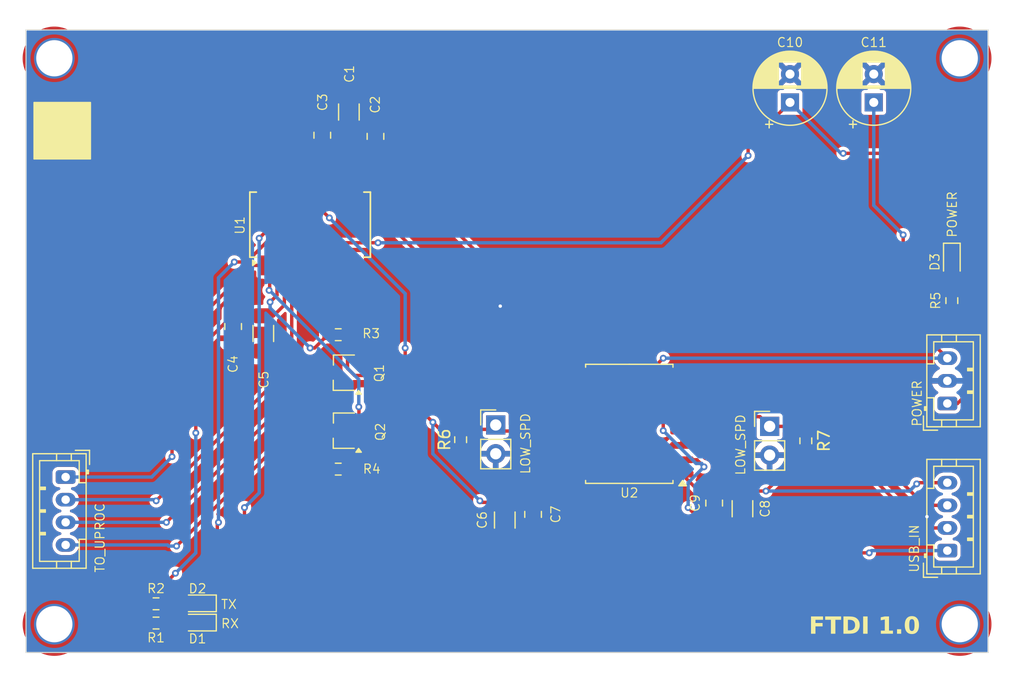
<source format=kicad_pcb>
(kicad_pcb (version 20240108) (generator "pcbnew") (generator_version "8.0")
  (layers (0 "F.Cu" signal) (31 "B.Cu" signal) (34 "B.Paste" user) (35 "F.Paste" user) (36 "B.SilkS" user "B.Silkscreen") (37 "F.SilkS" user "F.Silkscreen") (38 "B.Mask" user) (39 "F.Mask" user) (44 "Edge.Cuts" user))
  (net 0 "")
  (net 1 "GND")
  (net 2 "3V3")
  (net 3 "5V")
  (net 4 "Net-(U1-3V3OUT)")
  (net 8 "Net-(D1-A)")
  (net 11 "Net-(D2-A)")
  (net 15 "Net-(Q1-B)")
  (net 16 "Net-(Q2-B)")
  (net 19 "RX")
  (net 20 "TX")
  (net 21 "ENABLE")
  (net 22 "BOOT")
  (net 23 "CBUS1")
  (net 24 "CBUS0")
  (net 25 "DTR")
  (net 26 "RTS")
  (net 27 "USB_VBUS")
  (net 28 "USB_GND")
  (net 29 "D-")
  (net 30 "D+")
  (net 31 "USB_D-")
  (net 32 "USB_D+")
  (net 33 "Net-(D3-A)")
  (net 34 "SPD")
  (net 35 "SPU")
  (footprint "Resistor_SMD:R_0603_1608Metric_Pad0.98x0.95mm_HandSolder" (layer "F.Cu") (at 124.3 99.7 90)
    (property "Reference" "R6" (at 0 -1.43 90) (layer "F.SilkS"))
    (property "Value" "4.7K")
    (pad "1" smd roundrect (at -0.9125 0 90) (size 0.975 0.95) (layers "F.Cu" "F.Paste" "F.Mask") (net 3 "5V"))
    (pad "2" smd roundrect (at 0.9125 0 90) (size 0.975 0.95) (layers "F.Cu" "F.Paste" "F.Mask") (net 34 "SPD"))
  )
  (footprint "Resistor_SMD:R_0603_1608Metric_Pad0.98x0.95mm_HandSolder" (layer "F.Cu") (at 167.7 87.4125 90)
    (property "Reference" "R5" (at 0 -1.43 90) (layer "F.SilkS") (effects (font (size 0.8 0.8) (thickness 0.1))))
    (property "Value" "150R")
    (pad "1" smd roundrect (at -0.9125 0 90) (size 0.975 0.95) (layers "F.Cu" "F.Paste" "F.Mask") (net 2 "3V3"))
    (pad "2" smd roundrect (at 0.9125 0 90) (size 0.975 0.95) (layers "F.Cu" "F.Paste" "F.Mask") (net 33 "Net-(D3-A)"))
  )
  (footprint "Capacitor_SMD:C_0805_2012Metric_Pad1.18x1.45mm_HandSolder" (layer "F.Cu") (at 146.7 105.3 90)
    (property "Reference" "C9" (at 0 -1.68 90) (layer "F.SilkS") (effects (font (size 0.8 0.8) (thickness 0.1))))
    (property "Value" "0.1U")
    (pad "1" smd roundrect (at -1.0375 0 90) (size 1.175 1.45) (layers "F.Cu" "F.Paste" "F.Mask") (roundrect_rratio 0.212766) (net 28 "USB_GND"))
    (pad "2" smd roundrect (at 1.0375 0 90) (size 1.175 1.45) (layers "F.Cu" "F.Paste" "F.Mask") (roundrect_rratio 0.212766) (net 27 "USB_VBUS"))
  )
  (footprint "Package_TO_SOT_SMD:TSOT-23" (layer "F.Cu") (at 114.005 98.9233 180)
    (property "Reference" "Q2" (at -3.202102 -0.089616 90) (layer "F.SilkS") (effects (font (size 0.8 0.8) (thickness 0.1))))
    (property "Value" "2N3055")
    (pad "1" smd roundrect (at -1.31 -0.95 180) (size 1.22 0.65) (layers "F.Cu" "F.Paste" "F.Mask") (net 16 "Net-(Q2-B)"))
    (pad "2" smd roundrect (at -1.31 0.95 180) (size 1.22 0.65) (layers "F.Cu" "F.Paste" "F.Mask") (net 25 "DTR"))
    (pad "3" smd roundrect (at 1.31 0 180) (size 1.22 0.65) (layers "F.Cu" "F.Paste" "F.Mask") (net 22 "BOOT"))
  )
  (footprint "MountingHole:MountingHole_3.2mm_M3_DIN965_Pad_TopOnly" (layer "F.Cu") (at 88.4 66 90)
    (property "Reference" "H1" (hide yes))
    (property "Value" "MountingHole")
    (pad "1" thru_hole circle (at 0 0 90) (size 3.6 3.6) (drill 3.2) (layers "*.Cu" "*.Mask"))
    (pad "1" connect circle (at 0 0 90) (size 5.6 5.6) (layers "F.Cu" "F.Mask"))
  )
  (footprint "Capacitor_SMD:C_1206_3216Metric_Pad1.33x1.80mm_HandSolder" (layer "F.Cu") (at 149.2 105.8 90)
    (property "Reference" "C8" (at 0 2 90) (layer "F.SilkS") (effects (font (size 0.8 0.8) (thickness 0.1))))
    (property "Value" "10U")
    (pad "1" smd roundrect (at -1.5625 0 90) (size 1.325 1.8) (layers "F.Cu" "F.Paste" "F.Mask") (roundrect_rratio 0.188679) (net 28 "USB_GND"))
    (pad "2" smd roundrect (at 1.5625 0 90) (size 1.325 1.8) (layers "F.Cu" "F.Paste" "F.Mask") (roundrect_rratio 0.188679) (net 27 "USB_VBUS"))
  )
  (footprint "Capacitor_SMD:C_0805_2012Metric_Pad1.18x1.45mm_HandSolder" (layer "F.Cu") (at 104.2 89.7 -90)
    (property "Reference" "C4" (at 3.322102 0.014578 90) (layer "F.SilkS") (effects (font (size 0.8 0.8) (thickness 0.1))))
    (property "Value" "0.1U")
    (pad "1" smd roundrect (at -1.0375 0 270) (size 1.175 1.45) (layers "F.Cu" "F.Paste" "F.Mask") (roundrect_rratio 0.2127659574) (net 2 "3V3"))
    (pad "2" smd roundrect (at 1.0375 0 270) (size 1.175 1.45) (layers "F.Cu" "F.Paste" "F.Mask") (roundrect_rratio 0.2127659574) (net 1 "GND"))
  )
  (footprint "MountingHole:MountingHole_3.2mm_M3_DIN965_Pad_TopOnly" (layer "F.Cu") (at 88.4 116 90)
    (property "Reference" "H3" (hide yes))
    (property "Value" "MountingHole")
    (pad "1" thru_hole circle (at 0 0 90) (size 3.6 3.6) (drill 3.2) (layers "*.Cu" "*.Mask"))
    (pad "1" connect circle (at 0 0 90) (size 5.6 5.6) (layers "F.Cu" "F.Mask"))
  )
  (footprint "MountingHole:MountingHole_3.2mm_M3_DIN965_Pad_TopOnly" (layer "F.Cu") (at 168.4 66 90)
    (property "Reference" "H2" (hide yes))
    (property "Value" "MountingHole")
    (pad "1" thru_hole circle (at 0 0 90) (size 3.6 3.6) (drill 3.2) (layers "*.Cu" "*.Mask"))
    (pad "1" connect circle (at 0 0 90) (size 5.6 5.6) (layers "F.Cu" "F.Mask"))
  )
  (footprint "LED_SMD:LED_0603_1608Metric_Pad1.05x0.95mm_HandSolder" (layer "F.Cu") (at 101.05 114.16 180)
    (property "Reference" "D2" (at 0 1.3 0) (layer "F.SilkS") (effects (font (size 0.8 0.8) (thickness 0.1))))
    (property "Value" "YELLOW")
    (pad "1" smd roundrect (at -0.875 0 180) (size 1.05 0.95) (layers "F.Cu" "F.Paste" "F.Mask") (net 23 "CBUS1"))
    (pad "2" smd roundrect (at 0.875 0 180) (size 1.05 0.95) (layers "F.Cu" "F.Paste" "F.Mask") (net 11 "Net-(D2-A)"))
  )
  (footprint "Resistor_SMD:R_0603_1608Metric_Pad0.98x0.95mm_HandSolder" (layer "F.Cu") (at 113.485 102.3 180)
    (property "Reference" "R4" (at -2.962102 0.01 0) (layer "F.SilkS") (effects (font (size 0.8 0.8) (thickness 0.1))))
    (property "Value" "10K")
    (pad "1" smd roundrect (at -0.9125 0 180) (size 0.975 0.95) (layers "F.Cu" "F.Paste" "F.Mask") (net 25 "DTR"))
    (pad "2" smd roundrect (at 0.9125 0 180) (size 0.975 0.95) (layers "F.Cu" "F.Paste" "F.Mask") (net 15 "Net-(Q1-B)"))
  )
  (footprint "Package_SO:SOIC-16W_7.5x10.3mm_P1.27mm" (layer "F.Cu") (at 139.2 98.3 180)
    (property "Reference" "U2" (at 0 -6.1 0) (layer "F.SilkS") (effects (font (size 0.8 0.8) (thickness 0.1))))
    (property "Value" "ADUM3160")
    (pad "1" smd roundrect (at -4.65 -4.445 180) (size 2.05 0.6) (layers "F.Cu" "F.Paste" "F.Mask") (net 27 "USB_VBUS"))
    (pad "2" smd roundrect (at -4.65 -3.175 180) (size 2.05 0.6) (layers "F.Cu" "F.Paste" "F.Mask") (net 28 "USB_GND"))
    (pad "3" smd roundrect (at -4.65 -1.905 180) (size 2.05 0.6) (layers "F.Cu" "F.Paste" "F.Mask") (net 27 "USB_VBUS"))
    (pad "4" smd roundrect (at -4.65 -0.635 180) (size 2.05 0.6) (layers "F.Cu" "F.Paste" "F.Mask") (net 27 "USB_VBUS"))
    (pad "5" smd roundrect (at -4.65 0.635 180) (size 2.05 0.6) (layers "F.Cu" "F.Paste" "F.Mask") (net 35 "SPU"))
    (pad "6" smd roundrect (at -4.65 1.905 180) (size 2.05 0.6) (layers "F.Cu" "F.Paste" "F.Mask") (net 31 "USB_D-"))
    (pad "7" smd roundrect (at -4.65 3.175 180) (size 2.05 0.6) (layers "F.Cu" "F.Paste" "F.Mask") (net 32 "USB_D+"))
    (pad "8" smd roundrect (at -4.65 4.445 180) (size 2.05 0.6) (layers "F.Cu" "F.Paste" "F.Mask") (net 28 "USB_GND"))
    (pad "9" smd roundrect (at 4.65 4.445 180) (size 2.05 0.6) (layers "F.Cu" "F.Paste" "F.Mask") (net 1 "GND"))
    (pad "10" smd roundrect (at 4.65 3.175 180) (size 2.05 0.6) (layers "F.Cu" "F.Paste" "F.Mask") (net 30 "D+"))
    (pad "11" smd roundrect (at 4.65 1.905 180) (size 2.05 0.6) (layers "F.Cu" "F.Paste" "F.Mask") (net 29 "D-"))
    (pad "12" smd roundrect (at 4.65 0.635 180) (size 2.05 0.6) (layers "F.Cu" "F.Paste" "F.Mask") (net 3 "5V"))
    (pad "13" smd roundrect (at 4.65 -0.635 180) (size 2.05 0.6) (layers "F.Cu" "F.Paste" "F.Mask") (net 34 "SPD"))
    (pad "14" smd roundrect (at 4.65 -1.905 180) (size 2.05 0.6) (layers "F.Cu" "F.Paste" "F.Mask") (net 3 "5V"))
    (pad "15" smd roundrect (at 4.65 -3.175 180) (size 2.05 0.6) (layers "F.Cu" "F.Paste" "F.Mask") (net 1 "GND"))
    (pad "16" smd roundrect (at 4.65 -4.445 180) (size 2.05 0.6) (layers "F.Cu" "F.Paste" "F.Mask") (net 3 "5V"))
  )
  (footprint "Connector_PinHeader_2.54mm:PinHeader_1x02_P2.54mm_Vertical" (layer "F.Cu") (at 151.6 98.525)
    (property "Reference" "J4" (hide yes))
    (property "Value" "Conn_01x02_Pin")
    (pad "1" thru_hole rect (at 0 0) (size 1.7 1.7) (drill 1) (layers "*.Cu" "*.Mask") (net 35 "SPU"))
    (pad "2" thru_hole oval (at 0 2.54) (size 1.7 1.7) (drill 1) (layers "*.Cu" "*.Mask") (net 1 "GND"))
  )
  (footprint "Capacitor_SMD:C_1206_3216Metric_Pad1.33x1.80mm_HandSolder" (layer "F.Cu") (at 106.8646 90.3154 -90)
    (property "Reference" "C5" (at 4.089336 -0.05 90) (layer "F.SilkS") (effects (font (size 0.8 0.8) (thickness 0.1))))
    (property "Value" "10U")
    (pad "1" smd roundrect (at -1.5625 0 270) (size 1.325 1.8) (layers "F.Cu" "F.Paste" "F.Mask") (roundrect_rratio 0.1886792453) (net 2 "3V3"))
    (pad "2" smd roundrect (at 1.5625 0 270) (size 1.325 1.8) (layers "F.Cu" "F.Paste" "F.Mask") (roundrect_rratio 0.1886792453) (net 1 "GND"))
  )
  (footprint "Capacitor_THT:CP_Radial_D6.3mm_P2.50mm" (layer "F.Cu") (at 153.4 69.9 90)
    (property "Reference" "C10" (at 5.3 0 0) (layer "F.SilkS") (effects (font (size 0.8 0.8) (thickness 0.1))))
    (property "Value" "470u")
    (pad "1" thru_hole rect (at 0 0 90) (size 1.6 1.6) (drill 0.8) (layers "*.Cu" "*.Mask") (net 2 "3V3"))
    (pad "2" thru_hole circle (at 2.5 0 90) (size 1.6 1.6) (drill 0.8) (layers "*.Cu" "*.Mask") (net 1 "GND"))
  )
  (footprint "Resistor_SMD:R_0603_1608Metric_Pad0.98x0.95mm_HandSolder" (layer "F.Cu") (at 97.3875 114.2)
    (property "Reference" "R2" (at 0 -1.35 0) (layer "F.SilkS") (effects (font (size 0.8 0.8) (thickness 0.1))))
    (property "Value" "430R")
    (pad "1" smd roundrect (at -0.9125 0) (size 0.975 0.95) (layers "F.Cu" "F.Paste" "F.Mask") (net 2 "3V3"))
    (pad "2" smd roundrect (at 0.9125 0) (size 0.975 0.95) (layers "F.Cu" "F.Paste" "F.Mask") (net 11 "Net-(D2-A)"))
  )
  (footprint "Connector_PinHeader_2.54mm:PinHeader_1x02_P2.54mm_Vertical" (layer "F.Cu") (at 127.4 98.4)
    (property "Reference" "J3" (hide yes))
    (property "Value" "Conn_01x02_Pin")
    (pad "1" thru_hole rect (at 0 0) (size 1.7 1.7) (drill 1) (layers "*.Cu" "*.Mask") (net 34 "SPD"))
    (pad "2" thru_hole oval (at 0 2.54) (size 1.7 1.7) (drill 1) (layers "*.Cu" "*.Mask") (net 1 "GND"))
  )
  (footprint "Resistor_SMD:R_0603_1608Metric_Pad0.98x0.95mm_HandSolder" (layer "F.Cu") (at 113.485 90.4233)
    (property "Reference" "R3" (at 2.912102 -0.1 0) (layer "F.SilkS") (effects (font (size 0.8 0.8) (thickness 0.1))))
    (property "Value" "10K")
    (pad "1" smd roundrect (at -0.9125 0) (size 0.975 0.95) (layers "F.Cu" "F.Paste" "F.Mask") (net 26 "RTS"))
    (pad "2" smd roundrect (at 0.9125 0) (size 0.975 0.95) (layers "F.Cu" "F.Paste" "F.Mask") (net 16 "Net-(Q2-B)"))
  )
  (footprint "Connector_JST:JST_PH_B4B-PH-K_1x04_P2.00mm_Vertical" (layer "F.Cu") (at 167.3 109.5 90)
    (property "Reference" "J2" (hide yes))
    (property "Value" "Conn_01x04_Pin")
    (pad "1" thru_hole roundrect (at 0 0 90) (size 1.2 1.75) (drill 0.75) (layers "*.Cu" "*.Mask") (roundrect_rratio 0.208333) (net 28 "USB_GND"))
    (pad "2" thru_hole oval (at 2 0 90) (size 1.2 1.75) (drill 0.75) (layers "*.Cu" "*.Mask") (net 31 "USB_D-"))
    (pad "3" thru_hole oval (at 4 0 90) (size 1.2 1.75) (drill 0.75) (layers "*.Cu" "*.Mask") (net 32 "USB_D+"))
    (pad "4" thru_hole oval (at 6 0 90) (size 1.2 1.75) (drill 0.75) (layers "*.Cu" "*.Mask") (net 27 "USB_VBUS"))
  )
  (footprint "Connector_JST:JST_PH_B3B-PH-K_1x03_P2.00mm_Vertical" (layer "F.Cu") (at 167.3 96.5 90)
    (property "Reference" "J5" (hide yes))
    (property "Value" "Conn_01x03_Pin")
    (pad "1" thru_hole roundrect (at 0 0 90) (size 1.2 1.75) (drill 0.75) (layers "*.Cu" "*.Mask") (roundrect_rratio 0.208333) (net 2 "3V3"))
    (pad "2" thru_hole oval (at 2 0 90) (size 1.2 1.75) (drill 0.75) (layers "*.Cu" "*.Mask") (net 1 "GND"))
    (pad "3" thru_hole oval (at 4 0 90) (size 1.2 1.75) (drill 0.75) (layers "*.Cu" "*.Mask") (net 3 "5V"))
  )
  (footprint "Resistor_SMD:R_0603_1608Metric_Pad0.98x0.95mm_HandSolder" (layer "F.Cu") (at 154.8 99.8 90)
    (property "Reference" "R7" (at 0 1.6 90) (layer "F.SilkS"))
    (property "Value" "4.7K")
    (pad "1" smd roundrect (at -0.9125 0 90) (size 0.975 0.95) (layers "F.Cu" "F.Paste" "F.Mask") (net 27 "USB_VBUS"))
    (pad "2" smd roundrect (at 0.9125 0 90) (size 0.975 0.95) (layers "F.Cu" "F.Paste" "F.Mask") (net 35 "SPU"))
  )
  (footprint "Resistor_SMD:R_0603_1608Metric_Pad0.98x0.95mm_HandSolder" (layer "F.Cu") (at 97.3875 115.9)
    (property "Reference" "R1" (at 0 1.3 0) (layer "F.SilkS") (effects (font (size 0.8 0.8) (thickness 0.1))))
    (property "Value" "100R")
    (pad "1" smd roundrect (at -0.9125 0) (size 0.975 0.95) (layers "F.Cu" "F.Paste" "F.Mask") (net 2 "3V3"))
    (pad "2" smd roundrect (at 0.9125 0) (size 0.975 0.95) (layers "F.Cu" "F.Paste" "F.Mask") (net 8 "Net-(D1-A)"))
  )
  (footprint "Capacitor_SMD:C_1206_3216Metric_Pad1.33x1.80mm_HandSolder" (layer "F.Cu") (at 128.2 106.8 -90)
    (property "Reference" "C6" (at 0 2 90) (layer "F.SilkS") (effects (font (size 0.8 0.8) (thickness 0.1))))
    (property "Value" "10U")
    (pad "1" smd roundrect (at -1.5625 0 270) (size 1.325 1.8) (layers "F.Cu" "F.Paste" "F.Mask") (roundrect_rratio 0.188679) (net 3 "5V"))
    (pad "2" smd roundrect (at 1.5625 0 270) (size 1.325 1.8) (layers "F.Cu" "F.Paste" "F.Mask") (roundrect_rratio 0.188679) (net 1 "GND"))
  )
  (footprint "Capacitor_SMD:C_0805_2012Metric_Pad1.18x1.45mm_HandSolder" (layer "F.Cu") (at 116.775 72.9 90)
    (property "Reference" "C2" (at 2.8 -0.025 90) (layer "F.SilkS") (effects (font (size 0.8 0.8) (thickness 0.1))))
    (property "Value" "0.1U")
    (pad "1" smd roundrect (at -1.0375 0 90) (size 1.175 1.45) (layers "F.Cu" "F.Paste" "F.Mask") (roundrect_rratio 0.2127659574) (net 4 "Net-(U1-3V3OUT)"))
    (pad "2" smd roundrect (at 1.0375 0 90) (size 1.175 1.45) (layers "F.Cu" "F.Paste" "F.Mask") (roundrect_rratio 0.2127659574) (net 1 "GND"))
  )
  (footprint "Capacitor_THT:CP_Radial_D6.3mm_P2.50mm" (layer "F.Cu") (at 160.8 69.9 90)
    (property "Reference" "C11" (at 5.3 0 0) (layer "F.SilkS") (effects (font (size 0.8 0.8) (thickness 0.1))))
    (property "Value" "470u")
    (pad "1" thru_hole rect (at 0 0 90) (size 1.6 1.6) (drill 0.8) (layers "*.Cu" "*.Mask") (net 3 "5V"))
    (pad "2" thru_hole circle (at 2.5 0 90) (size 1.6 1.6) (drill 0.8) (layers "*.Cu" "*.Mask") (net 1 "GND"))
  )
  (footprint "Capacitor_SMD:C_1206_3216Metric_Pad1.33x1.80mm_HandSolder" (layer "F.Cu") (at 114.425 70.75 90)
    (property "Reference" "C1" (at 3.3625 0.0475 90) (layer "F.SilkS") (effects (font (size 0.8 0.8) (thickness 0.1))))
    (property "Value" "10U")
    (pad "1" smd roundrect (at -1.5625 0 90) (size 1.325 1.8) (layers "F.Cu" "F.Paste" "F.Mask") (roundrect_rratio 0.1886792453) (net 3 "5V"))
    (pad "2" smd roundrect (at 1.5625 0 90) (size 1.325 1.8) (layers "F.Cu" "F.Paste" "F.Mask") (roundrect_rratio 0.1886792453) (net 1 "GND"))
  )
  (footprint "LED_SMD:LED_0603_1608Metric_Pad1.05x0.95mm_HandSolder" (layer "F.Cu") (at 167.7 84 -90)
    (property "Reference" "D3" (at 0 1.5 90) (layer "F.SilkS") (effects (font (size 0.8 0.8) (thickness 0.1))))
    (property "Value" "BLUE")
    (pad "1" smd roundrect (at -0.875 0 270) (size 1.05 0.95) (layers "F.Cu" "F.Paste" "F.Mask") (net 1 "GND"))
    (pad "2" smd roundrect (at 0.875 0 270) (size 1.05 0.95) (layers "F.Cu" "F.Paste" "F.Mask") (net 33 "Net-(D3-A)"))
  )
  (footprint "LED_SMD:LED_0603_1608Metric_Pad1.05x0.95mm_HandSolder" (layer "F.Cu") (at 101.05 115.86 180)
    (property "Reference" "D1" (at 0 -1.43 0) (layer "F.SilkS") (effects (font (size 0.8 0.8) (thickness 0.1))))
    (property "Value" "BLUE")
    (pad "1" smd roundrect (at -0.875 0 180) (size 1.05 0.95) (layers "F.Cu" "F.Paste" "F.Mask") (net 24 "CBUS0"))
    (pad "2" smd roundrect (at 0.875 0 180) (size 1.05 0.95) (layers "F.Cu" "F.Paste" "F.Mask") (net 8 "Net-(D1-A)"))
  )
  (footprint "Package_TO_SOT_SMD:TSOT-23" (layer "F.Cu") (at 114.005 93.8 180)
    (property "Reference" "Q1" (at -3.1075 -0.0233 90) (layer "F.SilkS") (effects (font (size 0.8 0.8) (thickness 0.1))))
    (property "Value" "2N3055")
    (pad "1" smd roundrect (at -1.31 -0.95 180) (size 1.22 0.65) (layers "F.Cu" "F.Paste" "F.Mask") (net 15 "Net-(Q1-B)"))
    (pad "2" smd roundrect (at -1.31 0.95 180) (size 1.22 0.65) (layers "F.Cu" "F.Paste" "F.Mask") (net 26 "RTS"))
    (pad "3" smd roundrect (at 1.31 0 180) (size 1.22 0.65) (layers "F.Cu" "F.Paste" "F.Mask") (net 21 "ENABLE"))
  )
  (footprint "Capacitor_SMD:C_0805_2012Metric_Pad1.18x1.45mm_HandSolder" (layer "F.Cu") (at 112.075 72.8 90)
    (property "Reference" "C3" (at 2.9125 0.025 90) (layer "F.SilkS") (effects (font (size 0.8 0.8) (thickness 0.1))))
    (property "Value" "0.1U")
    (pad "1" smd roundrect (at -1.0375 0 90) (size 1.175 1.45) (layers "F.Cu" "F.Paste" "F.Mask") (roundrect_rratio 0.2127659574) (net 3 "5V"))
    (pad "2" smd roundrect (at 1.0375 0 90) (size 1.175 1.45) (layers "F.Cu" "F.Paste" "F.Mask") (roundrect_rratio 0.2127659574) (net 1 "GND"))
  )
  (footprint "MountingHole:MountingHole_3.2mm_M3_DIN965_Pad_TopOnly" (layer "F.Cu") (at 168.4 116 90)
    (property "Reference" "H4" (hide yes))
    (property "Value" "MountingHole")
    (pad "1" thru_hole circle (at 0 0 90) (size 3.6 3.6) (drill 3.2) (layers "*.Cu" "*.Mask"))
    (pad "1" connect circle (at 0 0 90) (size 5.6 5.6) (layers "F.Cu" "F.Mask"))
  )
  (footprint "Connector_JST:JST_PH_B4B-PH-K_1x04_P2.00mm_Vertical" (layer "F.Cu") (at 89.4 103 -90)
    (property "Reference" "J1" (hide yes))
    (property "Value" "Conn_01x04_Pin")
    (pad "1" thru_hole roundrect (at 0 0 270) (size 1.2 1.75) (drill 0.75) (layers "*.Cu" "*.Mask") (roundrect_rratio 0.208333) (net 19 "RX"))
    (pad "2" thru_hole oval (at 2 0 270) (size 1.2 1.75) (drill 0.75) (layers "*.Cu" "*.Mask") (net 20 "TX"))
    (pad "3" thru_hole oval (at 4 0 270) (size 1.2 1.75) (drill 0.75) (layers "*.Cu" "*.Mask") (net 21 "ENABLE"))
    (pad "4" thru_hole oval (at 6 0 270) (size 1.2 1.75) (drill 0.75) (layers "*.Cu" "*.Mask") (net 22 "BOOT"))
  )
  (footprint "Package_SO:SSOP-28_5.3x10.2mm_P0.65mm" (layer "F.Cu") (at 111 80.7 90)
    (property "Reference" "U1" (at -0.0625 -6.2 90) (layer "F.SilkS") (effects (font (size 0.8 0.8) (thickness 0.1))))
    (property "Value" "FT232RL")
    (pad "1" smd rect (at -3.6 -4.225 90) (size 1.75 0.45) (layers "F.Cu" "F.Paste" "F.Mask") (net 19 "RX"))
    (pad "2" smd rect (at -3.6 -3.575 90) (size 1.75 0.45) (layers "F.Cu" "F.Paste" "F.Mask") (net 25 "DTR"))
    (pad "3" smd rect (at -3.6 -2.925 90) (size 1.75 0.45) (layers "F.Cu" "F.Paste" "F.Mask") (net 26 "RTS"))
    (pad "4" smd rect (at -3.6 -2.275 90) (size 1.75 0.45) (layers "F.Cu" "F.Paste" "F.Mask") (net 2 "3V3"))
    (pad "5" smd rect (at -3.6 -1.625 90) (size 1.75 0.45) (layers "F.Cu" "F.Paste" "F.Mask") (net 20 "TX"))
    (pad "6" smd rect (at -3.6 -0.975 90) (size 1.75 0.45) (layers "F.Cu" "F.Paste" "F.Mask"))
    (pad "7" smd rect (at -3.6 -0.325 90) (size 1.75 0.45) (layers "F.Cu" "F.Paste" "F.Mask") (net 1 "GND"))
    (pad "8" smd rect (at -3.6 0.325 90) (size 1.75 0.45) (layers "F.Cu" "F.Paste" "F.Mask"))
    (pad "9" smd rect (at -3.6 0.975 90) (size 1.75 0.45) (layers "F.Cu" "F.Paste" "F.Mask"))
    (pad "10" smd rect (at -3.6 1.625 90) (size 1.75 0.45) (layers "F.Cu" "F.Paste" "F.Mask"))
    (pad "11" smd rect (at -3.6 2.275 90) (size 1.75 0.45) (layers "F.Cu" "F.Paste" "F.Mask"))
    (pad "12" smd rect (at -3.6 2.925 90) (size 1.75 0.45) (layers "F.Cu" "F.Paste" "F.Mask"))
    (pad "13" smd rect (at -3.6 3.575 90) (size 1.75 0.45) (layers "F.Cu" "F.Paste" "F.Mask"))
    (pad "14" smd rect (at -3.6 4.225 90) (size 1.75 0.45) (layers "F.Cu" "F.Paste" "F.Mask"))
    (pad "15" smd rect (at 3.6 4.225 90) (size 1.75 0.45) (layers "F.Cu" "F.Paste" "F.Mask") (net 30 "D+"))
    (pad "16" smd rect (at 3.6 3.575 90) (size 1.75 0.45) (layers "F.Cu" "F.Paste" "F.Mask") (net 29 "D-"))
    (pad "17" smd rect (at 3.6 2.925 90) (size 1.75 0.45) (layers "F.Cu" "F.Paste" "F.Mask") (net 4 "Net-(U1-3V3OUT)"))
    (pad "18" smd rect (at 3.6 2.275 90) (size 1.75 0.45) (layers "F.Cu" "F.Paste" "F.Mask") (net 1 "GND"))
    (pad "19" smd rect (at 3.6 1.625 90) (size 1.75 0.45) (layers "F.Cu" "F.Paste" "F.Mask"))
    (pad "20" smd rect (at 3.6 0.975 90) (size 1.75 0.45) (layers "F.Cu" "F.Paste" "F.Mask") (net 3 "5V"))
    (pad "21" smd rect (at 3.6 0.325 90) (size 1.75 0.45) (layers "F.Cu" "F.Paste" "F.Mask") (net 1 "GND"))
    (pad "22" smd rect (at 3.6 -0.325 90) (size 1.75 0.45) (layers "F.Cu" "F.Paste" "F.Mask") (net 23 "CBUS1"))
    (pad "23" smd rect (at 3.6 -0.975 90) (size 1.75 0.45) (layers "F.Cu" "F.Paste" "F.Mask") (net 24 "CBUS0"))
    (pad "24" smd rect (at 3.6 -1.625 90) (size 1.75 0.45) (layers "F.Cu" "F.Paste" "F.Mask"))
    (pad "25" smd rect (at 3.6 -2.275 90) (size 1.75 0.45) (layers "F.Cu" "F.Paste" "F.Mask") (net 1 "GND"))
    (pad "26" smd rect (at 3.6 -2.925 90) (size 1.75 0.45) (layers "F.Cu" "F.Paste" "F.Mask") (net 1 "GND"))
    (pad "27" smd rect (at 3.6 -3.575 90) (size 1.75 0.45) (layers "F.Cu" "F.Paste" "F.Mask"))
    (pad "28" smd rect (at 3.6 -4.225 90) (size 1.75 0.45) (layers "F.Cu" "F.Paste" "F.Mask"))
  )
  (footprint "Capacitor_SMD:C_0805_2012Metric_Pad1.18x1.45mm_HandSolder" (layer "F.Cu") (at 130.7 106.3 -90)
    (property "Reference" "C7" (at 0 -2 90) (layer "F.SilkS") (effects (font (size 0.8 0.8) (thickness 0.1))))
    (property "Value" "0.1U")
    (pad "1" smd roundrect (at -1.0375 0 270) (size 1.175 1.45) (layers "F.Cu" "F.Paste" "F.Mask") (roundrect_rratio 0.212766) (net 3 "5V"))
    (pad "2" smd roundrect (at 1.0375 0 270) (size 1.175 1.45) (layers "F.Cu" "F.Paste" "F.Mask") (roundrect_rratio 0.212766) (net 1 "GND"))
  )
  (gr_rect (start 86.6 69.9) (end 91.6 74.9) (stroke (width 0.1)) (fill solid) (layer "F.SilkS"))
  (gr_line (start 170.9 63.5) (end 170.9 118.5) (stroke (width 0.1)) (layer "Edge.Cuts"))
  (gr_line (start 85.9 63.5) (end 170.9 63.5) (stroke (width 0.1)) (layer "Edge.Cuts"))
  (gr_line (start 85.9 118.5) (end 85.9 63.5) (stroke (width 0.1)) (layer "Edge.Cuts"))
  (gr_line (start 170.9 118.5) (end 85.9 118.5) (stroke (width 0.1)) (layer "Edge.Cuts"))
  (gr_text "POWER\n" (at 165.1 98.6 90) (layer "F.SilkS") (effects (font (size 0.8 0.8) (thickness 0.1)) (justify left bottom)))
  (gr_text "TX\n" (at 103.075 114.25 0) (layer "F.SilkS") (effects (font (size 0.8 0.8) (thickness 0.1)) (justify left)))
  (gr_text "TO_UPROC" (at 92.9 111.5 90) (layer "F.SilkS") (effects (font (size 0.8 0.8) (thickness 0.1)) (justify left bottom)))
  (gr_text "LOW_SPD" (at 130.5 102.8 90) (layer "F.SilkS") (effects (font (size 0.8 0.8) (thickness 0.1)) (justify left bottom)))
  (gr_text "RX\n" (at 103.075 115.95 0) (layer "F.SilkS") (effects (font (size 0.8 0.8) (thickness 0.1)) (justify left)))
  (gr_text "POWER\n" (at 168.2 81.9 90) (layer "F.SilkS") (effects (font (size 0.8 0.8) (thickness 0.1)) (justify left bottom)))
  (gr_text "USB_IN" (at 164.85 111.5 90) (layer "F.SilkS") (effects (font (size 0.8 0.8) (thickness 0.1)) (justify left bottom)))
  (gr_text "FTDI 1.0" (at 164.9 117.1 0) (layer "F.SilkS") (effects (font (size 1.5 1.5) (thickness 0.2) (bold yes)) (justify right bottom)))
  (gr_text "LOW_SPD" (at 149.5 102.9 90) (layer "F.SilkS") (effects (font (size 0.8 0.8) (thickness 0.1)) (justify left bottom)))
  (via (at 165.5 106.5) (size 0.6) (drill 0.3) (layers "F.Cu" "B.Cu") (net 1))
  (via (at 127.8 87.9) (size 0.6) (drill 0.3) (layers "F.Cu" "B.Cu") (net 1))
  (segment (start 165 74.4) (end 158.1 74.4) (width 0.3) (layer "F.Cu") (net 2))
  (segment (start 104.2 88.6625) (end 100.9 91.9625) (width 0.3) (layer "F.Cu") (net 2))
  (segment (start 168.625 87.4) (end 168.625 78.025) (width 0.3) (layer "F.Cu") (net 2))
  (segment (start 109.475 82.3) (end 117 82.3) (width 0.3) (layer "F.Cu") (net 2))
  (segment (start 167.7 89.8) (end 169.1 91.2) (width 0.3) (layer "F.Cu") (net 2))
  (segment (start 99.1 111.5) (end 96.475 114.125) (width 0.3) (layer "F.Cu") (net 2))
  (segment (start 149.7 74.6) (end 149.7 73.6) (width 0.3) (layer "F.Cu") (net 2))
  (segment (start 169.1 91.2) (end 169.1 95.6) (width 0.3) (layer "F.Cu") (net 2))
  (segment (start 108.725 87.7925) (end 107.7646 88.7529) (width 0.3) (layer "F.Cu") (net 2))
  (segment (start 96.475 115.9) (end 96.475 114.2) (width 0.3) (layer "F.Cu") (net 2))
  (segment (start 149.7 73.6) (end 153.4 69.9) (width 0.3) (layer "F.Cu") (net 2))
  (segment (start 167.7 88.325) (end 167.7 89.8) (width 0.3) (layer "F.Cu") (net 2))
  (segment (start 106.8646 88.7529) (end 104.2904 88.7529) (width 0.3) (layer "F.Cu") (net 2))
  (segment (start 167.7 88.325) (end 168.625 87.4) (width 0.3) (layer "F.Cu") (net 2))
  (segment (start 108.725 84.3) (end 108.725 87.7925) (width 0.3) (layer "F.Cu") (net 2))
  (segment (start 100.9 91.9625) (end 100.9 99.1) (width 0.3) (layer "F.Cu") (net 2))
  (segment (start 169.1 95.6) (end 168.2 96.5) (width 0.3) (layer "F.Cu") (net 2))
  (segment (start 108.725 83.05) (end 109.475 82.3) (width 0.3) (layer "F.Cu") (net 2))
  (segment (start 107.7646 88.7529) (end 106.8646 88.7529) (width 0.3) (layer "F.Cu") (net 2))
  (segment (start 96.475 114.125) (end 96.475 114.2) (width 0.3) (layer "F.Cu") (net 2))
  (segment (start 108.725 84.3) (end 108.725 83.05) (width 0.3) (layer "F.Cu") (net 2))
  (segment (start 165 74.4) (end 168.625 78.025) (width 0.3) (layer "F.Cu") (net 2))
  (segment (start 104.2904 88.7529) (end 104.2 88.6625) (width 0.3) (layer "F.Cu") (net 2))
  (segment (start 168.2 96.5) (end 167.3 96.5) (width 0.3) (layer "F.Cu") (net 2))
  (via (at 99.1 111.5) (size 0.6) (drill 0.3) (layers "F.Cu" "B.Cu") (net 2))
  (via (at 158.1 74.4) (size 0.6) (drill 0.3) (layers "F.Cu" "B.Cu") (net 2))
  (via (at 149.7 74.6) (size 0.6) (drill 0.3) (layers "F.Cu" "B.Cu") (net 2))
  (via (at 100.9 99.1) (size 0.6) (drill 0.3) (layers "F.Cu" "B.Cu") (net 2))
  (via (at 117 82.3) (size 0.6) (drill 0.3) (layers "F.Cu" "B.Cu") (net 2))
  (segment (start 157.9 74.4) (end 153.4 69.9) (width 0.3) (layer "B.Cu") (net 2))
  (segment (start 99.1 111.5) (end 100.9 109.7) (width 0.3) (layer "B.Cu") (net 2))
  (segment (start 117 82.3) (end 142 82.3) (width 0.3) (layer "B.Cu") (net 2))
  (segment (start 100.9 109.7) (end 100.9 99.1) (width 0.3) (layer "B.Cu") (net 2))
  (segment (start 142 82.3) (end 149.7 74.6) (width 0.3) (layer "B.Cu") (net 2))
  (segment (start 158.1 74.4) (end 157.9 74.4) (width 0.3) (layer "B.Cu") (net 2))
  (segment (start 135.574999 97.665) (end 136.025 98.115001) (width 0.3) (layer "F.Cu") (net 3))
  (segment (start 136.025 101.877684) (end 135.157684 102.745) (width 0.3) (layer "F.Cu") (net 3))
  (segment (start 111.975 73.9375) (end 111.975 77.1) (width 0.3) (layer "F.Cu") (net 3))
  (segment (start 124.3 100.6125) (end 119.4 95.7125) (width 0.3) (layer "F.Cu") (net 3))
  (segment (start 119.4 95.7125) (end 119.4 91.6) (width 0.3) (layer "F.Cu") (net 3))
  (segment (start 113.6 72.3125) (end 112.075 73.8375) (width 0.3) (layer "F.Cu") (net 3))
  (segment (start 128.2 105.2375) (end 126.1375 105.2375) (width 0.3) (layer "F.Cu") (net 3))
  (segment (start 112.075 73.8375) (end 111.975 73.9375) (width 0.3) (layer "F.Cu") (net 3))
  (segment (start 163.4 88.6) (end 163.4 81.6) (width 0.3) (layer "F.Cu") (net 3))
  (segment (start 134.55 100.205) (end 135.574999 100.205) (width 0.3) (layer "F.Cu") (net 3))
  (segment (start 111.975 79.375) (end 111.975 77.1) (width 0.3) (layer "F.Cu") (net 3))
  (segment (start 135.395 100.205) (end 134.55 100.205) (width 0.3) (layer "F.Cu") (net 3))
  (segment (start 136.025 99.575) (end 135.395 100.205) (width 0.3) (layer "F.Cu") (net 3))
  (segment (start 130.7 105.2625) (end 128.225 105.2625) (width 0.3) (layer "F.Cu") (net 3))
  (segment (start 112.7 80.1) (end 111.975 79.375) (width 0.3) (layer "F.Cu") (net 3))
  (segment (start 134.55 97.665) (end 137.035 97.665) (width 0.3) (layer "F.Cu") (net 3))
  (segment (start 128.225 105.2625) (end 128.2 105.2375) (width 0.3) (layer "F.Cu") (net 3))
  (segment (start 136.025 100.655001) (end 136.025 101.877684) (width 0.3) (layer "F.Cu") (net 3))
  (segment (start 135.157684 102.745) (end 134.55 102.745) (width 0.3) (layer "F.Cu") (net 3))
  (segment (start 136.025 98.115001) (end 136.025 99.575) (width 0.3) (layer "F.Cu") (net 3))
  (segment (start 137.035 97.665) (end 142.2 92.5) (width 0.3) (layer "F.Cu") (net 3))
  (segment (start 134.55 97.665) (end 135.574999 97.665) (width 0.3) (layer "F.Cu") (net 3))
  (segment (start 132.0325 105.2625) (end 134.55 102.745) (width 0.3) (layer "F.Cu") (net 3))
  (segment (start 134.55 100.205) (end 134.013026 100.205) (width 0.3) (layer "F.Cu") (net 3))
  (segment (start 130.7 105.2625) (end 132.0325 105.2625) (width 0.3) (layer "F.Cu") (net 3))
  (segment (start 167.3 92.5) (end 163.4 88.6) (width 0.3) (layer "F.Cu") (net 3))
  (segment (start 114.425 72.3125) (end 113.6 72.3125) (width 0.3) (layer "F.Cu") (net 3))
  (segment (start 135.574999 100.205) (end 136.025 100.655001) (width 0.3) (layer "F.Cu") (net 3))
  (segment (start 126.1375 105.2375) (end 126 105.1) (width 0.3) (layer "F.Cu") (net 3))
  (via (at 112.7 80.1) (size 0.6) (drill 0.3) (layers "F.Cu" "B.Cu") (net 3))
  (via (at 163.4 81.6) (size 0.6) (drill 0.3) (layers "F.Cu" "B.Cu") (net 3))
  (via (at 119.4 91.6) (size 0.6) (drill 0.3) (layers "F.Cu" "B.Cu") (net 3))
  (via (at 142.2 92.5) (size 0.6) (drill 0.3) (layers "F.Cu" "B.Cu") (net 3))
  (via (at 126 105.1) (size 0.6) (drill 0.3) (layers "F.Cu" "B.Cu") (net 3))
  (via (at 121.84375 98.15625) (size 0.6) (drill 0.3) (layers "F.Cu" "B.Cu") (net 3))
  (segment (start 126 105.1) (end 121.84375 100.94375) (width 0.3) (layer "B.Cu") (net 3))
  (segment (start 167.3 92.5) (end 142.2 92.5) (width 0.3) (layer "B.Cu") (net 3))
  (segment (start 119.4 86.8) (end 112.7 80.1) (width 0.3) (layer "B.Cu") (net 3))
  (segment (start 160.8 79) (end 160.8 69.9) (width 0.3) (layer "B.Cu") (net 3))
  (segment (start 163.4 81.6) (end 160.8 79) (width 0.3) (layer "B.Cu") (net 3))
  (segment (start 121.84375 100.94375) (end 121.84375 98.15625) (width 0.3) (layer "B.Cu") (net 3))
  (segment (start 119.4 91.6) (end 119.4 86.8) (width 0.3) (layer "B.Cu") (net 3))
  (segment (start 116.775 73.9375) (end 115.709683 73.9375) (width 0.3) (layer "F.Cu") (net 4))
  (segment (start 113.925 75.722183) (end 113.925 77.1) (width 0.3) (layer "F.Cu") (net 4))
  (segment (start 115.709683 73.9375) (end 113.925 75.722183) (width 0.3) (layer "F.Cu") (net 4))
  (segment (start 100.135 115.9) (end 100.175 115.86) (width 0.3) (layer "F.Cu") (net 8))
  (segment (start 98.3 115.9) (end 100.135 115.9) (width 0.3) (layer "F.Cu") (net 8))
  (segment (start 100.135 114.2) (end 100.175 114.16) (width 0.3) (layer "F.Cu") (net 11))
  (segment (start 98.3 114.2) (end 100.135 114.2) (width 0.3) (layer "F.Cu") (net 11))
  (segment (start 113.755 96.31) (end 113.755 101.1175) (width 0.3) (layer "F.Cu") (net 15))
  (segment (start 113.755 101.1175) (end 112.5725 102.3) (width 0.3) (layer "F.Cu") (net 15))
  (segment (start 115.315 94.75) (end 113.755 96.31) (width 0.3) (layer "F.Cu") (net 15))
  (segment (start 114.925 94.025) (end 115.999998 94.025) (width 0.3) (layer "F.Cu") (net 16))
  (segment (start 116.4 94.425002) (end 116.4 98.7883) (width 0.3) (layer "F.Cu") (net 16))
  (segment (start 116.4 98.7883) (end 115.315 99.8733) (width 0.3) (layer "F.Cu") (net 16))
  (segment (start 114.305 90.5158) (end 114.305 93.405) (width 0.3) (layer "F.Cu") (net 16))
  (segment (start 114.305 93.405) (end 114.925 94.025) (width 0.3) (layer "F.Cu") (net 16))
  (segment (start 114.3975 90.4233) (end 114.305 90.5158) (width 0.3) (layer "F.Cu") (net 16))
  (segment (start 115.999998 94.025) (end 116.4 94.425002) (width 0.3) (layer "F.Cu") (net 16))
  (segment (start 105.867768 84.3) (end 98.8 91.367768) (width 0.3) (layer "F.Cu") (net 19))
  (segment (start 98.8 91.367768) (end 98.8 101.2) (width 0.3) (layer "F.Cu") (net 19))
  (segment (start 106.775 84.3) (end 105.867768 84.3) (width 0.3) (layer "F.Cu") (net 19))
  (via (at 98.8 101.2) (size 0.6) (drill 0.3) (layers "F.Cu" "B.Cu") (net 19))
  (segment (start 97 103) (end 89.4 103) (width 0.3) (layer "B.Cu") (net 19))
  (segment (start 98.8 101.2) (end 97 103) (width 0.3) (layer "B.Cu") (net 19))
  (segment (start 109.375 93.125) (end 97.4 105.1) (width 0.3) (layer "F.Cu") (net 20))
  (segment (start 109.375 84.3) (end 109.375 93.125) (width 0.3) (layer "F.Cu") (net 20))
  (via (at 97.4 105.1) (size 0.6) (drill 0.3) (layers "F.Cu" "B.Cu") (net 20))
  (segment (start 89.4 105) (end 97.3 105) (width 0.3) (layer "B.Cu") (net 20))
  (segment (start 97.3 105) (end 97.4 105.1) (width 0.3) (layer "B.Cu") (net 20))
  (segment (start 112.695 93.8) (end 111.5 93.8) (width 0.3) (layer "F.Cu") (net 21))
  (segment (start 111.5 93.8) (end 98.3 107) (width 0.3) (layer "F.Cu") (net 21))
  (via (at 98.3 107) (size 0.6) (drill 0.3) (layers "F.Cu" "B.Cu") (net 21))
  (segment (start 98.3 107) (end 89.4 107) (width 0.3) (layer "B.Cu") (net 21))
  (segment (start 109.3767 98.9233) (end 99.2 109.1) (width 0.3) (layer "F.Cu") (net 22))
  (segment (start 112.695 98.9233) (end 109.3767 98.9233) (width 0.3) (layer "F.Cu") (net 22))
  (via (at 99.2 109.1) (size 0.6) (drill 0.3) (layers "F.Cu" "B.Cu") (net 22))
  (segment (start 98.5 109.1) (end 98.4 109) (width 0.3) (layer "B.Cu") (net 22))
  (segment (start 99.2 109.1) (end 98.5 109.1) (width 0.3) (layer "B.Cu") (net 22))
  (segment (start 98.4 109) (end 89.4 109) (width 0.3) (layer "B.Cu") (net 22))
  (segment (start 102.8 107.11005) (end 102.905025 107.005025) (width 0.3) (layer "F.Cu") (net 23))
  (segment (start 102.8 113.285) (end 102.8 107.11005) (width 0.3) (layer "F.Cu") (net 23))
  (segment (start 105.38995 84) (end 104.3 84) (width 0.3) (layer "F.Cu") (net 23))
  (segment (start 110.675 78.71495) (end 105.38995 84) (width 0.3) (layer "F.Cu") (net 23))
  (segment (start 110.675 77.1) (end 110.675 78.71495) (width 0.3) (layer "F.Cu") (net 23))
  (segment (start 101.925 114.16) (end 102.8 113.285) (width 0.3) (layer "F.Cu") (net 23))
  (via (at 102.905025 107.005025) (size 0.6) (drill 0.3) (layers "F.Cu" "B.Cu") (net 23))
  (via (at 104.3 84) (size 0.6) (drill 0.3) (layers "F.Cu" "B.Cu") (net 23))
  (segment (start 102.905025 107.005025) (end 102.905025 85.394975) (width 0.3) (layer "B.Cu") (net 23))
  (segment (start 102.905025 85.394975) (end 104.3 84) (width 0.3) (layer "B.Cu") (net 23))
  (segment (start 105.2 112.585) (end 105.2 105.7) (width 0.3) (layer "F.Cu") (net 24))
  (segment (start 101.925 115.86) (end 105.2 112.585) (width 0.3) (layer "F.Cu") (net 24))
  (segment (start 110.025 78.375) (end 106.5 81.9) (width 0.3) (layer "F.Cu") (net 24))
  (segment (start 110.025 77.1) (end 110.025 78.375) (width 0.3) (layer "F.Cu") (net 24))
  (via (at 106.5 81.9) (size 0.6) (drill 0.3) (layers "F.Cu" "B.Cu") (net 24))
  (via (at 105.2 105.7) (size 0.6) (drill 0.3) (layers "F.Cu" "B.Cu") (net 24))
  (segment (start 105.2 105.7) (end 106.5 104.4) (width 0.3) (layer "B.Cu") (net 24))
  (segment (start 106.5 104.4) (end 106.5 81.9) (width 0.3) (layer "B.Cu") (net 24))
  (segment (start 115.315 96.815) (end 115.3 96.8) (width 0.3) (layer "F.Cu") (net 25))
  (segment (start 115.315 97.9733) (end 115.315 96.815) (width 0.3) (layer "F.Cu") (net 25))
  (segment (start 114.305 102.2075) (end 114.3975 102.3) (width 0.3) (layer "F.Cu") (net 25))
  (segment (start 114.305 98.9833) (end 114.305 102.2075) (width 0.3) (layer "F.Cu") (net 25))
  (segment (start 107.425 86.452908) (end 107.375 86.502908) (width 0.3) (layer "F.Cu") (net 25))
  (segment (start 115.315 97.9733) (end 114.305 98.9833) (width 0.3) (layer "F.Cu") (net 25))
  (segment (start 107.425 84.3) (end 107.425 86.452908) (width 0.3) (layer "F.Cu") (net 25))
  (via (at 115.3 96.8) (size 0.6) (drill 0.3) (layers "F.Cu" "B.Cu") (net 25))
  (via (at 107.375 86.502908) (size 0.6) (drill 0.3) (layers "F.Cu" "B.Cu") (net 25))
  (segment (start 115.3 94.384846) (end 107.418062 86.502908) (width 0.3) (layer "B.Cu") (net 25))
  (segment (start 107.418062 86.502908) (end 107.375 86.502908) (width 0.3) (layer "B.Cu") (net 25))
  (segment (start 115.3 96.8) (end 115.3 94.384846) (width 0.3) (layer "B.Cu") (net 25))
  (segment (start 108.075 84.3) (end 108.075 86.931004) (width 0.3) (layer "F.Cu") (net 26))
  (segment (start 108.075 86.931004) (end 107.465604 87.5404) (width 0.3) (layer "F.Cu") (net 26))
  (segment (start 115.315 89.945158) (end 114.918142 89.5483) (width 0.3) (layer "F.Cu") (net 26))
  (segment (start 111 91.6) (end 111.3958 91.6) (width 0.3) (layer "F.Cu") (net 26))
  (segment (start 115.315 92.85) (end 115.315 89.945158) (width 0.3) (layer "F.Cu") (net 26))
  (segment (start 111.3958 91.6) (end 112.5725 90.4233) (width 0.3) (layer "F.Cu") (net 26))
  (segment (start 114.918142 89.5483) (end 113.4475 89.5483) (width 0.3) (layer "F.Cu") (net 26))
  (segment (start 113.4475 89.5483) (end 112.5725 90.4233) (width 0.3) (layer "F.Cu") (net 26))
  (via (at 111 91.6) (size 0.6) (drill 0.3) (layers "F.Cu" "B.Cu") (net 26))
  (via (at 107.465604 87.5404) (size 0.6) (drill 0.3) (layers "F.Cu" "B.Cu") (net 26))
  (segment (start 107.465604 87.5404) (end 107.465604 88.065604) (width 0.3) (layer "B.Cu") (net 26))
  (segment (start 107.465604 88.065604) (end 111 91.6) (width 0.3) (layer "B.Cu") (net 26))
  (segment (start 142.375 100.655001) (end 142.375 102.294999) (width 0.3) (layer "F.Cu") (net 27))
  (segment (start 154.8 100.7125) (end 151.275 104.2375) (width 0.3) (layer "F.Cu") (net 27))
  (segment (start 143.85 100.205) (end 142.825001 100.205) (width 0.3) (layer "F.Cu") (net 27))
  (segment (start 146.7 104.2625) (end 145.3675 104.2625) (width 0.3) (layer "F.Cu") (net 27))
  (segment (start 167.3 103.5) (end 164.7 103.5) (width 0.3) (layer "F.Cu") (net 27))
  (segment (start 145.3675 104.2625) (end 143.85 102.745) (width 0.3) (layer "F.Cu") (net 27))
  (segment (start 142.375 102.294999) (end 142.825001 102.745) (width 0.3) (layer "F.Cu") (net 27))
  (segment (start 143.85 98.935) (end 143.85 100.205) (width 0.3) (layer "F.Cu") (net 27))
  (segment (start 151.275 104.2375) (end 149.2 104.2375) (width 0.3) (layer "F.Cu") (net 27))
  (segment (start 142.825001 100.205) (end 142.375 100.655001) (width 0.3) (layer "F.Cu") (net 27))
  (segment (start 164.7 103.5) (end 164.594975 103.605025) (width 0.3) (layer "F.Cu") (net 27))
  (segment (start 149.2 104.2375) (end 146.725 104.2375) (width 0.3) (layer "F.Cu") (net 27))
  (segment (start 142.825001 102.745) (end 143.85 102.745) (width 0.3) (layer "F.Cu") (net 27))
  (via (at 151.275 104.2375) (size 0.6) (drill 0.3) (layers "F.Cu" "B.Cu") (net 27))
  (via (at 164.594975 103.605025) (size 0.6) (drill 0.3) (layers "F.Cu" "B.Cu") (net 27))
  (segment (start 151.275 104.2375) (end 163.9625 104.2375) (width 0.3) (layer "B.Cu") (net 27))
  (segment (start 163.9625 104.2375) (end 164.594975 103.605025) (width 0.3) (layer "B.Cu") (net 27))
  (segment (start 146.7 106.3375) (end 145.0375 106.3375) (width 0.3) (layer "F.Cu") (net 28))
  (segment (start 142.2 94.480001) (end 142.2 98.9) (width 0.3) (layer "F.Cu") (net 28))
  (segment (start 145.175 101.475) (end 143.85 101.475) (width 0.3) (layer "F.Cu") (net 28))
  (segment (start 142.825001 93.855) (end 142.2 94.480001) (width 0.3) (layer "F.Cu") (net 28))
  (segment (start 145.0375 106.3375) (end 144.4 105.7) (width 0.3) (layer "F.Cu") (net 28))
  (segment (start 145.8 102.1) (end 145.175 101.475) (width 0.3) (layer "F.Cu") (net 28))
  (segment (start 147.725 107.3625) (end 146.7 106.3375) (width 0.3) (layer "F.Cu") (net 28))
  (segment (start 149.4625 107.3625) (end 151.8 109.7) (width 0.3) (layer "F.Cu") (net 28))
  (segment (start 149.2 107.3625) (end 147.725 107.3625) (width 0.3) (layer "F.Cu") (net 28))
  (segment (start 143.85 93.855) (end 142.825001 93.855) (width 0.3) (layer "F.Cu") (net 28))
  (segment (start 151.8 109.7) (end 160.4 109.7) (width 0.3) (layer "F.Cu") (net 28))
  (via (at 144.4 105.7) (size 0.6) (drill 0.3) (layers "F.Cu" "B.Cu") (net 28))
  (via (at 160.4 109.7) (size 0.6) (drill 0.3) (layers "F.Cu" "B.Cu") (net 28))
  (via (at 142.2 98.9) (size 0.6) (drill 0.3) (layers "F.Cu" "B.Cu") (net 28))
  (via (at 145.8 102.1) (size 0.6) (drill 0.3) (layers "F.Cu" "B.Cu") (net 28))
  (segment (start 144.4 105.7) (end 144.4 103.5) (width 0.3) (layer "B.Cu") (net 28))
  (segment (start 144.4 103.5) (end 145.8 102.1) (width 0.3) (layer "B.Cu") (net 28))
  (segment (start 160.6 109.5) (end 167.3 109.5) (width 0.3) (layer "B.Cu") (net 28))
  (segment (start 160.4 109.7) (end 160.6 109.5) (width 0.3) (layer "B.Cu") (net 28))
  (segment (start 145.1 101.8) (end 145.6 101.8) (width 0.3) (layer "B.Cu") (net 28))
  (segment (start 145.6 101.9) (end 145.8 102.1) (width 0.3) (layer "B.Cu") (net 28))
  (segment (start 145.6 101.8) (end 145.6 101.9) (width 0.3) (layer "B.Cu") (net 28))
  (segment (start 142.2 98.9) (end 145.1 101.8) (width 0.3) (layer "B.Cu") (net 28))
  (segment (start 135.975 95.994999) (end 135.975 93.375) (width 0.3) (layer "F.Cu") (net 29))
  (segment (start 135.574999 96.395) (end 135.975 95.994999) (width 0.3) (layer "F.Cu") (net 29))
  (segment (start 118.425 75.825) (end 114.6 75.825) (width 0.3) (layer "F.Cu") (net 29))
  (segment (start 114.55 75.875) (end 114.55 76.9) (width 0.3) (layer "F.Cu") (net 29))
  (segment (start 114.6 75.825) (end 114.55 75.875) (width 0.3) (layer "F.Cu") (net 29))
  (segment (start 134.55 96.395) (end 135.574999 96.395) (width 0.3) (layer "F.Cu") (net 29))
  (segment (start 135.975 93.375) (end 118.425 75.825) (width 0.3) (layer "F.Cu") (net 29))
  (segment (start 132.425 95.125) (end 115.225 77.925) (width 0.3) (layer "F.Cu") (net 30))
  (segment (start 134.55 95.125) (end 132.425 95.125) (width 0.3) (layer "F.Cu") (net 30))
  (segment (start 115.225 77.925) (end 115.225 77.1) (width 0.3) (layer "F.Cu") (net 30))
  (segment (start 165.1 107.5) (end 167.3 107.5) (width 0.3) (layer "F.Cu") (net 31))
  (segment (start 153.995 96.395) (end 165.1 107.5) (width 0.3) (layer "F.Cu") (net 31))
  (segment (start 143.85 96.395) (end 153.995 96.395) (width 0.3) (layer "F.Cu") (net 31))
  (segment (start 143.85 95.125) (end 154.925 95.125) (width 0.3) (layer "F.Cu") (net 32))
  (segment (start 165.3 105.5) (end 167.3 105.5) (width 0.3) (layer "F.Cu") (net 32))
  (segment (start 154.925 95.125) (end 165.3 105.5) (width 0.3) (layer "F.Cu") (net 32))
  (segment (start 167.7 86.5) (end 167.7 84.875) (width 0.3) (layer "F.Cu") (net 33))
  (segment (start 127.0125 98.7875) (end 127.4 98.4) (width 0.3) (layer "F.Cu") (net 34))
  (segment (start 127.935 98.935) (end 134.55 98.935) (width 0.3) (layer "F.Cu") (net 34))
  (segment (start 127.4 98.4) (end 127.935 98.935) (width 0.3) (layer "F.Cu") (net 34))
  (segment (start 124.3 98.7875) (end 127.0125 98.7875) (width 0.3) (layer "F.Cu") (net 34))
  (segment (start 150.74 97.665) (end 143.85 97.665) (width 0.3) (layer "F.Cu") (net 35))
  (segment (start 154.4375 98.525) (end 154.8 98.8875) (width 0.3) (layer "F.Cu") (net 35))
  (segment (start 151.6 98.525) (end 150.74 97.665) (width 0.3) (layer "F.Cu") (net 35))
  (segment (start 151.6 98.525) (end 154.4375 98.525) (width 0.3) (layer "F.Cu") (net 35))
  (zone (net 1) (net_name "GND") (layers "F&B.Cu") (connect_pads (clearance 0.3)) (min_thickness 0.25) (fill yes (thermal_gap 0.5) (thermal_bridge_width 0.5))
    (polygon (pts (xy 84.8 63.2) (xy 171.9 63.2) (xy 174.1 65.4) (xy 174.1 120.3) (xy 84.6 120.3) (xy 83.6 119.3) (xy 83.6 64.4)))
  )
)
</source>
